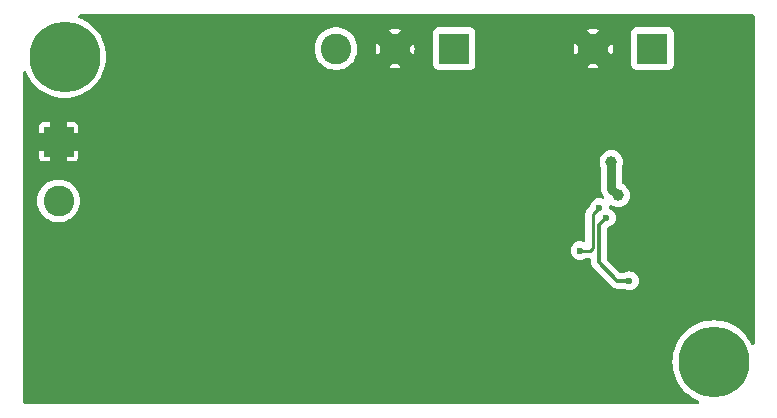
<source format=gbl>
G04 #@! TF.GenerationSoftware,KiCad,Pcbnew,7.0.7*
G04 #@! TF.CreationDate,2023-09-29T07:28:47+02:00*
G04 #@! TF.ProjectId,shmoergh-dual-rail-psu,73686d6f-6572-4676-982d-6475616c2d72,rev?*
G04 #@! TF.SameCoordinates,Original*
G04 #@! TF.FileFunction,Copper,L2,Bot*
G04 #@! TF.FilePolarity,Positive*
%FSLAX46Y46*%
G04 Gerber Fmt 4.6, Leading zero omitted, Abs format (unit mm)*
G04 Created by KiCad (PCBNEW 7.0.7) date 2023-09-29 07:28:47*
%MOMM*%
%LPD*%
G01*
G04 APERTURE LIST*
G04 #@! TA.AperFunction,ComponentPad*
%ADD10R,2.600000X2.600000*%
G04 #@! TD*
G04 #@! TA.AperFunction,ComponentPad*
%ADD11C,2.600000*%
G04 #@! TD*
G04 #@! TA.AperFunction,ComponentPad*
%ADD12C,0.800000*%
G04 #@! TD*
G04 #@! TA.AperFunction,ComponentPad*
%ADD13C,6.000000*%
G04 #@! TD*
G04 #@! TA.AperFunction,SMDPad,CuDef*
%ADD14R,2.950000X4.500000*%
G04 #@! TD*
G04 #@! TA.AperFunction,ViaPad*
%ADD15C,0.800000*%
G04 #@! TD*
G04 #@! TA.AperFunction,ViaPad*
%ADD16C,0.600000*%
G04 #@! TD*
G04 #@! TA.AperFunction,ViaPad*
%ADD17C,1.000000*%
G04 #@! TD*
G04 #@! TA.AperFunction,Conductor*
%ADD18C,0.300000*%
G04 #@! TD*
G04 #@! TA.AperFunction,Conductor*
%ADD19C,0.250000*%
G04 #@! TD*
G04 #@! TA.AperFunction,Conductor*
%ADD20C,0.750000*%
G04 #@! TD*
G04 APERTURE END LIST*
D10*
X72540402Y-64922400D03*
D11*
X67540402Y-64922400D03*
X62540402Y-64922400D03*
X39039800Y-77811000D03*
D10*
X39039800Y-72811000D03*
D11*
X84315202Y-64922400D03*
D10*
X89315202Y-64922400D03*
D12*
X41807010Y-65592010D03*
X41148000Y-67183000D03*
X41148000Y-64001020D03*
X39557010Y-67842010D03*
D13*
X39557010Y-65592010D03*
D12*
X39557010Y-63342010D03*
X37966020Y-67183000D03*
X37966020Y-64001020D03*
X37307010Y-65592010D03*
D14*
X47005800Y-83801600D03*
D12*
X92274000Y-91440000D03*
X92933010Y-89849010D03*
X92933010Y-93030990D03*
X94524000Y-89190000D03*
D13*
X94524000Y-91440000D03*
D12*
X94524000Y-93690000D03*
X96114990Y-89849010D03*
X96114990Y-93030990D03*
X96774000Y-91440000D03*
D15*
X90805000Y-87630000D03*
X90805000Y-85725000D03*
X94615000Y-86995000D03*
X92710000Y-87630000D03*
X92710000Y-85725000D03*
X94615000Y-83820000D03*
X94615000Y-85725000D03*
X96520000Y-87630000D03*
X96520000Y-85725000D03*
X96520000Y-83820000D03*
X96520000Y-81915000D03*
X96520000Y-80010000D03*
X96520000Y-78105000D03*
X96520000Y-76200000D03*
X96520000Y-74295000D03*
X96520000Y-72390000D03*
X95504000Y-71120000D03*
X97155000Y-70485000D03*
X97155000Y-68580000D03*
X95631000Y-69215000D03*
X93345000Y-68580000D03*
X92075000Y-67310000D03*
X95885000Y-62865000D03*
X93980000Y-62865000D03*
X92075000Y-62865000D03*
D16*
X89027000Y-77343000D03*
X89027000Y-78359000D03*
X89027000Y-79502000D03*
X91059000Y-80010000D03*
X90170000Y-80899000D03*
X91948000Y-81026000D03*
X90932000Y-81915000D03*
X80391000Y-81280000D03*
X81153000Y-81153000D03*
X81280000Y-82169000D03*
X80391000Y-82169000D03*
D15*
X82550000Y-62865000D03*
X86360000Y-62865000D03*
X86360000Y-66675000D03*
X88900000Y-71755000D03*
X89535000Y-70485000D03*
X88265000Y-69215000D03*
X86360000Y-68580000D03*
X84455000Y-68580000D03*
X82550000Y-68580000D03*
X80645000Y-68580000D03*
X78740000Y-68580000D03*
X80645000Y-66675000D03*
X80645000Y-64770000D03*
X80645000Y-62865000D03*
X78105000Y-62865000D03*
X76200000Y-64135000D03*
X69850000Y-66040000D03*
X64770000Y-66040000D03*
X64770000Y-67945000D03*
X66675000Y-67945000D03*
X68580000Y-67945000D03*
X70485000Y-67945000D03*
X76200000Y-71755000D03*
X78105000Y-71755000D03*
X76835000Y-73025000D03*
X74930000Y-73025000D03*
X74930000Y-74930000D03*
X74930000Y-76835000D03*
X70485000Y-73025000D03*
X70485000Y-74930000D03*
X70485000Y-76835000D03*
X70485000Y-78740000D03*
X70485000Y-81915000D03*
X70485000Y-83185000D03*
X70485000Y-85090000D03*
X72390000Y-86995000D03*
X70485000Y-86995000D03*
X70485000Y-88900000D03*
X72390000Y-88900000D03*
X72390000Y-90805000D03*
X70485000Y-90805000D03*
X47625000Y-86995000D03*
X46355000Y-86995000D03*
X46355000Y-88265000D03*
X64135000Y-93980000D03*
X62230000Y-93980000D03*
X60325000Y-93980000D03*
X58420000Y-93980000D03*
X56515000Y-93980000D03*
X54610000Y-93980000D03*
X52705000Y-93980000D03*
X50800000Y-93980000D03*
X48895000Y-93980000D03*
X46990000Y-93980000D03*
X45085000Y-93980000D03*
X43180000Y-93980000D03*
X41275000Y-93980000D03*
X39370000Y-93980000D03*
X37465000Y-93980000D03*
X37465000Y-92075000D03*
X39370000Y-92075000D03*
X41275000Y-92075000D03*
X41275000Y-90170000D03*
X39370000Y-90170000D03*
X37465000Y-90170000D03*
X53340000Y-77470000D03*
X53340000Y-76200000D03*
X51435000Y-78105000D03*
X48895000Y-78105000D03*
X51435000Y-76200000D03*
X46355000Y-78740000D03*
X43815000Y-78740000D03*
X41275000Y-78740000D03*
X41275000Y-76200000D03*
X43815000Y-76200000D03*
X46355000Y-76200000D03*
X48895000Y-76200000D03*
X48895000Y-73660000D03*
X46355000Y-73660000D03*
X43815000Y-73660000D03*
X41275000Y-73660000D03*
X41275000Y-71120000D03*
X43815000Y-71120000D03*
X46355000Y-71120000D03*
X48895000Y-71120000D03*
X51435000Y-71120000D03*
X53975000Y-71120000D03*
X56515000Y-71120000D03*
X59055000Y-71120000D03*
X59055000Y-68580000D03*
X56515000Y-68580000D03*
X53975000Y-68580000D03*
X51435000Y-68580000D03*
X48895000Y-68580000D03*
X46355000Y-68580000D03*
X43815000Y-68580000D03*
X43815000Y-66040000D03*
X46355000Y-66040000D03*
X48895000Y-66040000D03*
X51435000Y-66040000D03*
X53975000Y-66040000D03*
X53975000Y-63500000D03*
X51435000Y-63500000D03*
X48895000Y-63500000D03*
X46355000Y-63500000D03*
X43815000Y-63500000D03*
D16*
X81635600Y-77800200D03*
X82499200Y-76962000D03*
X82499200Y-77800200D03*
X82499200Y-78663800D03*
X80746600Y-78663800D03*
X46355000Y-82067400D03*
X80746600Y-77800200D03*
X46380400Y-85369400D03*
X47625000Y-84302600D03*
X78308200Y-80879900D03*
X46380400Y-83134200D03*
X80746600Y-76936600D03*
X81635600Y-76936600D03*
X47650400Y-82067400D03*
X77038200Y-80899000D03*
X47625000Y-85369400D03*
X81635600Y-78663800D03*
X47625000Y-83083400D03*
X46380400Y-84277200D03*
X84836000Y-78384400D03*
X83210400Y-82016600D03*
D17*
X86410800Y-77343000D03*
X85852000Y-74523600D03*
D16*
X85420200Y-79248000D03*
X87376000Y-84582000D03*
D18*
X86360000Y-84582000D02*
X87376000Y-84582000D01*
X84785200Y-83007200D02*
X86360000Y-84582000D01*
X84785200Y-79883000D02*
X84785200Y-83007200D01*
X85420200Y-79248000D02*
X84785200Y-79883000D01*
D19*
X84048600Y-82016600D02*
X84277200Y-81788000D01*
X84277200Y-81788000D02*
X84277200Y-78943200D01*
X83210400Y-82016600D02*
X84048600Y-82016600D01*
X84277200Y-78943200D02*
X84836000Y-78384400D01*
D20*
X85852000Y-76784200D02*
X86410800Y-77343000D01*
X85852000Y-74523600D02*
X85852000Y-76784200D01*
G04 #@! TA.AperFunction,Conductor*
G36*
X97900000Y-62045462D02*
G01*
X97954538Y-62100000D01*
X97974500Y-62174500D01*
X97974500Y-89880843D01*
X97954538Y-89955343D01*
X97900000Y-90009881D01*
X97825500Y-90029843D01*
X97751000Y-90009881D01*
X97696462Y-89955343D01*
X97692740Y-89948488D01*
X97559685Y-89687354D01*
X97559678Y-89687341D01*
X97359851Y-89379634D01*
X97128949Y-89094494D01*
X96869506Y-88835051D01*
X96584366Y-88604149D01*
X96584367Y-88604149D01*
X96584365Y-88604148D01*
X96276658Y-88404321D01*
X96276645Y-88404314D01*
X95949738Y-88237746D01*
X95949722Y-88237739D01*
X95607215Y-88106263D01*
X95607194Y-88106256D01*
X95252802Y-88011297D01*
X95252800Y-88011296D01*
X94890398Y-87953897D01*
X94550018Y-87936059D01*
X94524000Y-87934696D01*
X94523999Y-87934696D01*
X94157601Y-87953897D01*
X93795199Y-88011296D01*
X93795197Y-88011297D01*
X93440805Y-88106256D01*
X93440784Y-88106263D01*
X93098277Y-88237739D01*
X93098261Y-88237746D01*
X92771354Y-88404314D01*
X92771341Y-88404321D01*
X92463634Y-88604148D01*
X92178490Y-88835054D01*
X91919054Y-89094490D01*
X91688148Y-89379634D01*
X91488321Y-89687341D01*
X91488314Y-89687354D01*
X91321746Y-90014261D01*
X91321739Y-90014277D01*
X91190263Y-90356784D01*
X91190256Y-90356805D01*
X91095297Y-90711197D01*
X91095296Y-90711199D01*
X91037897Y-91073601D01*
X91018696Y-91440000D01*
X91037897Y-91806398D01*
X91095296Y-92168800D01*
X91095297Y-92168802D01*
X91190256Y-92523194D01*
X91190263Y-92523215D01*
X91321739Y-92865722D01*
X91321746Y-92865738D01*
X91488314Y-93192645D01*
X91488321Y-93192658D01*
X91688148Y-93500365D01*
X91688149Y-93500366D01*
X91919051Y-93785506D01*
X92178494Y-94044949D01*
X92463634Y-94275850D01*
X92463634Y-94275851D01*
X92771341Y-94475678D01*
X92771345Y-94475680D01*
X92771348Y-94475682D01*
X93098264Y-94642255D01*
X93213260Y-94686397D01*
X93275656Y-94731731D01*
X93307027Y-94802191D01*
X93298965Y-94878897D01*
X93253630Y-94941295D01*
X93183170Y-94972666D01*
X93159861Y-94974500D01*
X36174500Y-94974500D01*
X36100000Y-94954538D01*
X36045462Y-94900000D01*
X36025500Y-94825500D01*
X36025500Y-82016601D01*
X82404835Y-82016601D01*
X82425031Y-82195852D01*
X82425031Y-82195854D01*
X82425032Y-82195855D01*
X82484611Y-82366122D01*
X82580584Y-82518862D01*
X82708138Y-82646416D01*
X82860878Y-82742389D01*
X83031145Y-82801968D01*
X83120772Y-82812066D01*
X83210399Y-82822165D01*
X83210400Y-82822165D01*
X83210401Y-82822165D01*
X83255213Y-82817115D01*
X83389655Y-82801968D01*
X83559922Y-82742389D01*
X83683184Y-82664937D01*
X83756885Y-82642204D01*
X83762457Y-82642100D01*
X83963097Y-82642100D01*
X83979883Y-82643953D01*
X83979937Y-82643391D01*
X83998603Y-82645156D01*
X83998278Y-82648593D01*
X84056027Y-82662099D01*
X84112285Y-82714862D01*
X84134623Y-82788684D01*
X84134700Y-82793458D01*
X84134700Y-82918934D01*
X84132803Y-82936112D01*
X84133322Y-82936161D01*
X84132439Y-82945497D01*
X84134700Y-83017403D01*
X84134700Y-83048136D01*
X84135546Y-83054833D01*
X84136095Y-83061821D01*
X84137602Y-83109765D01*
X84137602Y-83109768D01*
X84142975Y-83128263D01*
X84147713Y-83151145D01*
X84150127Y-83170252D01*
X84150128Y-83170257D01*
X84167793Y-83214874D01*
X84170066Y-83221515D01*
X84183456Y-83267598D01*
X84183457Y-83267600D01*
X84193258Y-83284173D01*
X84203541Y-83305164D01*
X84210629Y-83323067D01*
X84210632Y-83323072D01*
X84238832Y-83361886D01*
X84242687Y-83367755D01*
X84258436Y-83394384D01*
X84267119Y-83409065D01*
X84267121Y-83409067D01*
X84280733Y-83422679D01*
X84295917Y-83440458D01*
X84307232Y-83456032D01*
X84307234Y-83456034D01*
X84307236Y-83456035D01*
X84307237Y-83456037D01*
X84332433Y-83476881D01*
X84344209Y-83486623D01*
X84349403Y-83491349D01*
X85837615Y-84979561D01*
X85848420Y-84993047D01*
X85848821Y-84992716D01*
X85854795Y-84999937D01*
X85907243Y-85049189D01*
X85928967Y-85070913D01*
X85928975Y-85070919D01*
X85934291Y-85075043D01*
X85939629Y-85079602D01*
X85974607Y-85112448D01*
X85987010Y-85119266D01*
X85991475Y-85121721D01*
X86011022Y-85134561D01*
X86026234Y-85146361D01*
X86026237Y-85146363D01*
X86057512Y-85159897D01*
X86070273Y-85165419D01*
X86076569Y-85168502D01*
X86118632Y-85191627D01*
X86137275Y-85196413D01*
X86159406Y-85203990D01*
X86177071Y-85211635D01*
X86177072Y-85211635D01*
X86177074Y-85211636D01*
X86201171Y-85215452D01*
X86224465Y-85219142D01*
X86231343Y-85220566D01*
X86246463Y-85224448D01*
X86277823Y-85232500D01*
X86297079Y-85232500D01*
X86320386Y-85234334D01*
X86339405Y-85237347D01*
X86373555Y-85234118D01*
X86387184Y-85232831D01*
X86394199Y-85232500D01*
X86863729Y-85232500D01*
X86938229Y-85252462D01*
X86943002Y-85255338D01*
X86982935Y-85280429D01*
X87026478Y-85307789D01*
X87196745Y-85367368D01*
X87286372Y-85377466D01*
X87375999Y-85387565D01*
X87376000Y-85387565D01*
X87376001Y-85387565D01*
X87420813Y-85382515D01*
X87555255Y-85367368D01*
X87725522Y-85307789D01*
X87878262Y-85211816D01*
X88005816Y-85084262D01*
X88101789Y-84931522D01*
X88161368Y-84761255D01*
X88181565Y-84582000D01*
X88161368Y-84402745D01*
X88101789Y-84232478D01*
X88005816Y-84079738D01*
X87878262Y-83952184D01*
X87725522Y-83856211D01*
X87555255Y-83796632D01*
X87555254Y-83796631D01*
X87555253Y-83796631D01*
X87376001Y-83776435D01*
X87375999Y-83776435D01*
X87196747Y-83796631D01*
X87026477Y-83856211D01*
X86943002Y-83908662D01*
X86869300Y-83931396D01*
X86863729Y-83931500D01*
X86691164Y-83931500D01*
X86616664Y-83911538D01*
X86585805Y-83887859D01*
X85479341Y-82781395D01*
X85440777Y-82714600D01*
X85435700Y-82676036D01*
X85435700Y-80214162D01*
X85455662Y-80139662D01*
X85479333Y-80108811D01*
X85512239Y-80075905D01*
X85579029Y-80037344D01*
X85596607Y-80034017D01*
X85599450Y-80033369D01*
X85599451Y-80033368D01*
X85599455Y-80033368D01*
X85769722Y-79973789D01*
X85922462Y-79877816D01*
X86050016Y-79750262D01*
X86145989Y-79597522D01*
X86205568Y-79427255D01*
X86225765Y-79248000D01*
X86205568Y-79068745D01*
X86145989Y-78898478D01*
X86050016Y-78745738D01*
X85922462Y-78618184D01*
X85826488Y-78557879D01*
X85769721Y-78522210D01*
X85740837Y-78512103D01*
X85677111Y-78468655D01*
X85643647Y-78399164D01*
X85641987Y-78388148D01*
X85635684Y-78332205D01*
X85635170Y-78327644D01*
X85646665Y-78251379D01*
X85694754Y-78191078D01*
X85766550Y-78162900D01*
X85842817Y-78174395D01*
X85853471Y-78179557D01*
X86026068Y-78271812D01*
X86026070Y-78271812D01*
X86026073Y-78271814D01*
X86214668Y-78329024D01*
X86410800Y-78348341D01*
X86606932Y-78329024D01*
X86795527Y-78271814D01*
X86969338Y-78178910D01*
X87121683Y-78053883D01*
X87246710Y-77901538D01*
X87339614Y-77727727D01*
X87396824Y-77539132D01*
X87416141Y-77343000D01*
X87396824Y-77146868D01*
X87339614Y-76958273D01*
X87339612Y-76958270D01*
X87339612Y-76958268D01*
X87246716Y-76784473D01*
X87246715Y-76784471D01*
X87246710Y-76784462D01*
X87121683Y-76632117D01*
X86969338Y-76507090D01*
X86969332Y-76507087D01*
X86969326Y-76507083D01*
X86806262Y-76419923D01*
X86749969Y-76367199D01*
X86727580Y-76293392D01*
X86727500Y-76288517D01*
X86727500Y-75045392D01*
X86745093Y-74975155D01*
X86780814Y-74908327D01*
X86838024Y-74719732D01*
X86857341Y-74523600D01*
X86838024Y-74327468D01*
X86780814Y-74138873D01*
X86780812Y-74138870D01*
X86780812Y-74138868D01*
X86687916Y-73965073D01*
X86687915Y-73965071D01*
X86687910Y-73965062D01*
X86562883Y-73812717D01*
X86410538Y-73687690D01*
X86410532Y-73687687D01*
X86410526Y-73687683D01*
X86236731Y-73594787D01*
X86048134Y-73537576D01*
X85852000Y-73518259D01*
X85655865Y-73537576D01*
X85467268Y-73594787D01*
X85293473Y-73687683D01*
X85293465Y-73687688D01*
X85293463Y-73687689D01*
X85293462Y-73687690D01*
X85141117Y-73812717D01*
X85016088Y-73965065D01*
X85016083Y-73965073D01*
X84923187Y-74138868D01*
X84865976Y-74327465D01*
X84846659Y-74523600D01*
X84865976Y-74719734D01*
X84923186Y-74908328D01*
X84940203Y-74940163D01*
X84958906Y-74975155D01*
X84976500Y-75045392D01*
X84976500Y-76745583D01*
X84976254Y-76751631D01*
X84971661Y-76808050D01*
X84982914Y-76890640D01*
X84991927Y-76973514D01*
X84993664Y-76981405D01*
X84993569Y-76981425D01*
X84995325Y-76988920D01*
X84995419Y-76988897D01*
X84997368Y-76996734D01*
X84997369Y-76996737D01*
X85008710Y-77027606D01*
X85026119Y-77074993D01*
X85052732Y-77153980D01*
X85056123Y-77161308D01*
X85056035Y-77161348D01*
X85059362Y-77168291D01*
X85059449Y-77168249D01*
X85063037Y-77175484D01*
X85063039Y-77175488D01*
X85107939Y-77245735D01*
X85107940Y-77245736D01*
X85150909Y-77317151D01*
X85155797Y-77323581D01*
X85155719Y-77323639D01*
X85160465Y-77329710D01*
X85160540Y-77329650D01*
X85165596Y-77335940D01*
X85189615Y-77359959D01*
X85228179Y-77426754D01*
X85228179Y-77503882D01*
X85189615Y-77570677D01*
X85122820Y-77609241D01*
X85045692Y-77609241D01*
X85035046Y-77605957D01*
X85015256Y-77599032D01*
X85015253Y-77599031D01*
X84836001Y-77578835D01*
X84835999Y-77578835D01*
X84656747Y-77599031D01*
X84486477Y-77658611D01*
X84333738Y-77754584D01*
X84333736Y-77754584D01*
X84206184Y-77882136D01*
X84206184Y-77882138D01*
X84110211Y-78034877D01*
X84050632Y-78205144D01*
X84046306Y-78243533D01*
X84018126Y-78315328D01*
X84003602Y-78332205D01*
X83895357Y-78440450D01*
X83882183Y-78451006D01*
X83882543Y-78451441D01*
X83875323Y-78457413D01*
X83859897Y-78473840D01*
X83827973Y-78507835D01*
X83817527Y-78518281D01*
X83807083Y-78528725D01*
X83807076Y-78528733D01*
X83803186Y-78533747D01*
X83798636Y-78539074D01*
X83767138Y-78572618D01*
X83767135Y-78572621D01*
X83758431Y-78588454D01*
X83745601Y-78607986D01*
X83734528Y-78622262D01*
X83734525Y-78622267D01*
X83716253Y-78664488D01*
X83713166Y-78670790D01*
X83691003Y-78711108D01*
X83691000Y-78711114D01*
X83686507Y-78728612D01*
X83678940Y-78750713D01*
X83671764Y-78767298D01*
X83671760Y-78767310D01*
X83664563Y-78812749D01*
X83663140Y-78819622D01*
X83651700Y-78864179D01*
X83651700Y-78882245D01*
X83649866Y-78905551D01*
X83647040Y-78923395D01*
X83651369Y-78969196D01*
X83651700Y-78976211D01*
X83651700Y-81112930D01*
X83631738Y-81187430D01*
X83577200Y-81241968D01*
X83502700Y-81261930D01*
X83453491Y-81253569D01*
X83389655Y-81231232D01*
X83389654Y-81231231D01*
X83389653Y-81231231D01*
X83210401Y-81211035D01*
X83210399Y-81211035D01*
X83031147Y-81231231D01*
X82860877Y-81290811D01*
X82708138Y-81386784D01*
X82708136Y-81386784D01*
X82580584Y-81514336D01*
X82580584Y-81514338D01*
X82484611Y-81667077D01*
X82425031Y-81837347D01*
X82404835Y-82016598D01*
X82404835Y-82016601D01*
X36025500Y-82016601D01*
X36025500Y-77811005D01*
X37234251Y-77811005D01*
X37254415Y-78080090D01*
X37254418Y-78080113D01*
X37314463Y-78343187D01*
X37314465Y-78343194D01*
X37387285Y-78528733D01*
X37413057Y-78594398D01*
X37547985Y-78828102D01*
X37716239Y-79039085D01*
X37914059Y-79222635D01*
X38137026Y-79374651D01*
X38380159Y-79491738D01*
X38638028Y-79571280D01*
X38904871Y-79611500D01*
X38904874Y-79611500D01*
X39174726Y-79611500D01*
X39174729Y-79611500D01*
X39441572Y-79571280D01*
X39699441Y-79491738D01*
X39942575Y-79374651D01*
X40165541Y-79222635D01*
X40363361Y-79039085D01*
X40531615Y-78828102D01*
X40666543Y-78594398D01*
X40765134Y-78343195D01*
X40765136Y-78343187D01*
X40825181Y-78080113D01*
X40825181Y-78080110D01*
X40825183Y-78080103D01*
X40828572Y-78034877D01*
X40845349Y-77811005D01*
X40845349Y-77810994D01*
X40825184Y-77541909D01*
X40825183Y-77541907D01*
X40825183Y-77541897D01*
X40825181Y-77541891D01*
X40825181Y-77541886D01*
X40765136Y-77278812D01*
X40765134Y-77278805D01*
X40752155Y-77245736D01*
X40666543Y-77027602D01*
X40531615Y-76793898D01*
X40363361Y-76582915D01*
X40165541Y-76399365D01*
X39942575Y-76247349D01*
X39942572Y-76247348D01*
X39942570Y-76247346D01*
X39699450Y-76130266D01*
X39699446Y-76130264D01*
X39699441Y-76130262D01*
X39699433Y-76130259D01*
X39699429Y-76130258D01*
X39441577Y-76050721D01*
X39441573Y-76050720D01*
X39174732Y-76010500D01*
X39174729Y-76010500D01*
X38904871Y-76010500D01*
X38904867Y-76010500D01*
X38638026Y-76050720D01*
X38638022Y-76050721D01*
X38380170Y-76130258D01*
X38380149Y-76130266D01*
X38137027Y-76247348D01*
X37914059Y-76399364D01*
X37716238Y-76582915D01*
X37547989Y-76793892D01*
X37547986Y-76793896D01*
X37547985Y-76793898D01*
X37519471Y-76843284D01*
X37413057Y-77027601D01*
X37413055Y-77027606D01*
X37314465Y-77278805D01*
X37314463Y-77278812D01*
X37254418Y-77541886D01*
X37254415Y-77541909D01*
X37234251Y-77810994D01*
X37234251Y-77811005D01*
X36025500Y-77811005D01*
X36025500Y-73561000D01*
X37389801Y-73561000D01*
X37389801Y-74144214D01*
X37389802Y-74144230D01*
X37399712Y-74212250D01*
X37451012Y-74317187D01*
X37533612Y-74399787D01*
X37638549Y-74451087D01*
X37638553Y-74451088D01*
X37706577Y-74460999D01*
X38289800Y-74460999D01*
X38289800Y-73561000D01*
X39789800Y-73561000D01*
X39789800Y-74460999D01*
X40373014Y-74460999D01*
X40373030Y-74460997D01*
X40441050Y-74451087D01*
X40545987Y-74399787D01*
X40628587Y-74317187D01*
X40679887Y-74212250D01*
X40679888Y-74212246D01*
X40689799Y-74144227D01*
X40689800Y-74144217D01*
X40689800Y-73561000D01*
X39789800Y-73561000D01*
X38289800Y-73561000D01*
X37389801Y-73561000D01*
X36025500Y-73561000D01*
X36025500Y-72769862D01*
X38385927Y-72769862D01*
X38396239Y-72933766D01*
X38446988Y-73089955D01*
X38446988Y-73089956D01*
X38534984Y-73228617D01*
X38534985Y-73228617D01*
X38534986Y-73228619D01*
X38654703Y-73341040D01*
X38719498Y-73376661D01*
X38798616Y-73420158D01*
X38853566Y-73434266D01*
X38957686Y-73461000D01*
X38957688Y-73461000D01*
X39080695Y-73461000D01*
X39080694Y-73460999D01*
X39202733Y-73445583D01*
X39355429Y-73385126D01*
X39488292Y-73288595D01*
X39592975Y-73162055D01*
X39662900Y-73013457D01*
X39693673Y-72852138D01*
X39683361Y-72688234D01*
X39632612Y-72532044D01*
X39544614Y-72393381D01*
X39424897Y-72280960D01*
X39424896Y-72280960D01*
X39280983Y-72201841D01*
X39121915Y-72161000D01*
X39121914Y-72161000D01*
X38998906Y-72161000D01*
X38998905Y-72161000D01*
X38876866Y-72176417D01*
X38724171Y-72236874D01*
X38591311Y-72333402D01*
X38591304Y-72333409D01*
X38486626Y-72459941D01*
X38486623Y-72459947D01*
X38416701Y-72608538D01*
X38416700Y-72608540D01*
X38401498Y-72688234D01*
X38385927Y-72769862D01*
X36025500Y-72769862D01*
X36025500Y-72061000D01*
X37389800Y-72061000D01*
X38289800Y-72061000D01*
X38289800Y-71161000D01*
X39789800Y-71161000D01*
X39789800Y-72061000D01*
X40689799Y-72061000D01*
X40689799Y-71477785D01*
X40689797Y-71477769D01*
X40679887Y-71409749D01*
X40628587Y-71304812D01*
X40545987Y-71222212D01*
X40441050Y-71170912D01*
X40441046Y-71170911D01*
X40373027Y-71161000D01*
X39789800Y-71161000D01*
X38289800Y-71161000D01*
X37706586Y-71161000D01*
X37706569Y-71161002D01*
X37638549Y-71170912D01*
X37533612Y-71222212D01*
X37451012Y-71304812D01*
X37399712Y-71409749D01*
X37399711Y-71409753D01*
X37389800Y-71477772D01*
X37389800Y-72061000D01*
X36025500Y-72061000D01*
X36025500Y-66963938D01*
X36045462Y-66889438D01*
X36100000Y-66834900D01*
X36174500Y-66814938D01*
X36249000Y-66834900D01*
X36303538Y-66889438D01*
X36313599Y-66910530D01*
X36354755Y-67017746D01*
X36470290Y-67244496D01*
X36521324Y-67344655D01*
X36521331Y-67344668D01*
X36721158Y-67652375D01*
X36721159Y-67652376D01*
X36952061Y-67937516D01*
X37211504Y-68196959D01*
X37496644Y-68427861D01*
X37804351Y-68627688D01*
X37804355Y-68627690D01*
X37804358Y-68627692D01*
X38131274Y-68794265D01*
X38131286Y-68794269D01*
X38131287Y-68794270D01*
X38473794Y-68925746D01*
X38473804Y-68925749D01*
X38473811Y-68925752D01*
X38828216Y-69020715D01*
X39190606Y-69078112D01*
X39557010Y-69097314D01*
X39923414Y-69078112D01*
X40285804Y-69020715D01*
X40640209Y-68925752D01*
X40982746Y-68794265D01*
X41309662Y-68627692D01*
X41617376Y-68427861D01*
X41902516Y-68196959D01*
X42161959Y-67937516D01*
X42392861Y-67652376D01*
X42592692Y-67344662D01*
X42759265Y-67017746D01*
X42890752Y-66675209D01*
X42985715Y-66320804D01*
X43043112Y-65958414D01*
X43062314Y-65592010D01*
X43043112Y-65225606D01*
X42995090Y-64922405D01*
X60734853Y-64922405D01*
X60755017Y-65191490D01*
X60755020Y-65191513D01*
X60815065Y-65454587D01*
X60815067Y-65454594D01*
X60869000Y-65592010D01*
X60913659Y-65705798D01*
X61048587Y-65939502D01*
X61216841Y-66150485D01*
X61414661Y-66334035D01*
X61637628Y-66486051D01*
X61880761Y-66603138D01*
X62138630Y-66682680D01*
X62405473Y-66722900D01*
X62405476Y-66722900D01*
X62675328Y-66722900D01*
X62675331Y-66722900D01*
X62942174Y-66682680D01*
X63200043Y-66603138D01*
X63422692Y-66495916D01*
X67027545Y-66495916D01*
X67028946Y-66496495D01*
X67281479Y-66557123D01*
X67540402Y-66577501D01*
X67799324Y-66557123D01*
X68051854Y-66496496D01*
X68051859Y-66496495D01*
X68053256Y-66495916D01*
X67827604Y-66270263D01*
X70739902Y-66270263D01*
X70739904Y-66270288D01*
X70746310Y-66329878D01*
X70746311Y-66329884D01*
X70796604Y-66464729D01*
X70796606Y-66464733D01*
X70882854Y-66579944D01*
X70882857Y-66579947D01*
X70998068Y-66666195D01*
X70998072Y-66666197D01*
X71132919Y-66716491D01*
X71192516Y-66722899D01*
X71192520Y-66722899D01*
X71192529Y-66722900D01*
X73888274Y-66722899D01*
X73947885Y-66716491D01*
X74058568Y-66675209D01*
X74082731Y-66666197D01*
X74082735Y-66666195D01*
X74140340Y-66623071D01*
X74197948Y-66579946D01*
X74260419Y-66496496D01*
X74260853Y-66495916D01*
X83802345Y-66495916D01*
X83803746Y-66496495D01*
X84056279Y-66557123D01*
X84315202Y-66577501D01*
X84574124Y-66557123D01*
X84826654Y-66496496D01*
X84826659Y-66496495D01*
X84828056Y-66495916D01*
X84602404Y-66270263D01*
X87514702Y-66270263D01*
X87514704Y-66270288D01*
X87521110Y-66329878D01*
X87521111Y-66329884D01*
X87571404Y-66464729D01*
X87571406Y-66464733D01*
X87657654Y-66579944D01*
X87657657Y-66579947D01*
X87772868Y-66666195D01*
X87772872Y-66666197D01*
X87907719Y-66716491D01*
X87967316Y-66722899D01*
X87967320Y-66722899D01*
X87967329Y-66722900D01*
X90663074Y-66722899D01*
X90722685Y-66716491D01*
X90833368Y-66675209D01*
X90857531Y-66666197D01*
X90857535Y-66666195D01*
X90915140Y-66623071D01*
X90972748Y-66579946D01*
X91035219Y-66496496D01*
X91058997Y-66464733D01*
X91058999Y-66464729D01*
X91107744Y-66334035D01*
X91109293Y-66329883D01*
X91111025Y-66313770D01*
X91115701Y-66270285D01*
X91115701Y-66270282D01*
X91115702Y-66270273D01*
X91115701Y-63574528D01*
X91109293Y-63514917D01*
X91094790Y-63476033D01*
X91058999Y-63380070D01*
X91058997Y-63380066D01*
X90972749Y-63264855D01*
X90972746Y-63264852D01*
X90857535Y-63178604D01*
X90857531Y-63178602D01*
X90722684Y-63128308D01*
X90663078Y-63121900D01*
X87967338Y-63121900D01*
X87967313Y-63121902D01*
X87907723Y-63128308D01*
X87907717Y-63128309D01*
X87772872Y-63178602D01*
X87772868Y-63178604D01*
X87657657Y-63264852D01*
X87657654Y-63264855D01*
X87571406Y-63380066D01*
X87571404Y-63380070D01*
X87521110Y-63514917D01*
X87514702Y-63574514D01*
X87514702Y-66270263D01*
X84602404Y-66270263D01*
X84315202Y-65983060D01*
X83802345Y-66495916D01*
X74260853Y-66495916D01*
X74284197Y-66464733D01*
X74284199Y-66464729D01*
X74332944Y-66334035D01*
X74334493Y-66329883D01*
X74336225Y-66313770D01*
X74340901Y-66270285D01*
X74340901Y-66270282D01*
X74340902Y-66270273D01*
X74340901Y-64922400D01*
X82660100Y-64922400D01*
X82680478Y-65181322D01*
X82741105Y-65433853D01*
X82741108Y-65433862D01*
X82741684Y-65435254D01*
X82741685Y-65435254D01*
X83254541Y-64922399D01*
X83213404Y-64881262D01*
X83661329Y-64881262D01*
X83671641Y-65045166D01*
X83715881Y-65181322D01*
X83722390Y-65201356D01*
X83810386Y-65340017D01*
X83810387Y-65340017D01*
X83810388Y-65340019D01*
X83930105Y-65452440D01*
X83994899Y-65488061D01*
X84074018Y-65531558D01*
X84128968Y-65545666D01*
X84233088Y-65572400D01*
X84233090Y-65572400D01*
X84356097Y-65572400D01*
X84356096Y-65572399D01*
X84478135Y-65556983D01*
X84630831Y-65496526D01*
X84763694Y-65399995D01*
X84868377Y-65273455D01*
X84938302Y-65124857D01*
X84969075Y-64963538D01*
X84966487Y-64922398D01*
X85375862Y-64922398D01*
X85888718Y-65435254D01*
X85889297Y-65433857D01*
X85889298Y-65433852D01*
X85949925Y-65181322D01*
X85970303Y-64922400D01*
X85949925Y-64663477D01*
X85889297Y-64410944D01*
X85888717Y-64409543D01*
X85375862Y-64922398D01*
X84966487Y-64922398D01*
X84958763Y-64799634D01*
X84908014Y-64643444D01*
X84820016Y-64504781D01*
X84700299Y-64392360D01*
X84696379Y-64390205D01*
X84556385Y-64313241D01*
X84397317Y-64272400D01*
X84397316Y-64272400D01*
X84274308Y-64272400D01*
X84274307Y-64272400D01*
X84152268Y-64287817D01*
X83999573Y-64348274D01*
X83866713Y-64444802D01*
X83866706Y-64444809D01*
X83762028Y-64571341D01*
X83762025Y-64571347D01*
X83692103Y-64719938D01*
X83692102Y-64719940D01*
X83676900Y-64799634D01*
X83661329Y-64881262D01*
X83213404Y-64881262D01*
X82741685Y-64409544D01*
X82741103Y-64410953D01*
X82680478Y-64663477D01*
X82660100Y-64922400D01*
X74340901Y-64922400D01*
X74340901Y-63574528D01*
X74334493Y-63514917D01*
X74319990Y-63476033D01*
X74284199Y-63380070D01*
X74284197Y-63380066D01*
X74260853Y-63348883D01*
X83802346Y-63348883D01*
X84315201Y-63861738D01*
X84828056Y-63348883D01*
X84828056Y-63348882D01*
X84826664Y-63348306D01*
X84826655Y-63348303D01*
X84574124Y-63287676D01*
X84315202Y-63267298D01*
X84056279Y-63287676D01*
X83803755Y-63348301D01*
X83802346Y-63348883D01*
X74260853Y-63348883D01*
X74197949Y-63264855D01*
X74197946Y-63264852D01*
X74082735Y-63178604D01*
X74082731Y-63178602D01*
X73947884Y-63128308D01*
X73888278Y-63121900D01*
X71192538Y-63121900D01*
X71192513Y-63121902D01*
X71132923Y-63128308D01*
X71132917Y-63128309D01*
X70998072Y-63178602D01*
X70998068Y-63178604D01*
X70882857Y-63264852D01*
X70882854Y-63264855D01*
X70796606Y-63380066D01*
X70796604Y-63380070D01*
X70746310Y-63514917D01*
X70739902Y-63574514D01*
X70739902Y-66270263D01*
X67827604Y-66270263D01*
X67540402Y-65983060D01*
X67027545Y-66495916D01*
X63422692Y-66495916D01*
X63443177Y-66486051D01*
X63666143Y-66334035D01*
X63863963Y-66150485D01*
X64032217Y-65939502D01*
X64167145Y-65705798D01*
X64265736Y-65454595D01*
X64266229Y-65452437D01*
X64325783Y-65191513D01*
X64325783Y-65191510D01*
X64325785Y-65191503D01*
X64336751Y-65045165D01*
X64345951Y-64922405D01*
X64345951Y-64922400D01*
X65885300Y-64922400D01*
X65905678Y-65181322D01*
X65966305Y-65433853D01*
X65966308Y-65433862D01*
X65966884Y-65435254D01*
X65966885Y-65435254D01*
X66479740Y-64922399D01*
X66438603Y-64881262D01*
X66886529Y-64881262D01*
X66896841Y-65045166D01*
X66941081Y-65181322D01*
X66947590Y-65201356D01*
X67035586Y-65340017D01*
X67035587Y-65340017D01*
X67035588Y-65340019D01*
X67155305Y-65452440D01*
X67220099Y-65488061D01*
X67299218Y-65531558D01*
X67354168Y-65545666D01*
X67458288Y-65572400D01*
X67458290Y-65572400D01*
X67581297Y-65572400D01*
X67581296Y-65572399D01*
X67703335Y-65556983D01*
X67856031Y-65496526D01*
X67988894Y-65399995D01*
X68093577Y-65273455D01*
X68163502Y-65124857D01*
X68194275Y-64963538D01*
X68191687Y-64922399D01*
X68601062Y-64922399D01*
X69113918Y-65435254D01*
X69114497Y-65433857D01*
X69114498Y-65433852D01*
X69175125Y-65181322D01*
X69195503Y-64922400D01*
X69175125Y-64663477D01*
X69114497Y-64410944D01*
X69113917Y-64409543D01*
X68601062Y-64922399D01*
X68191687Y-64922399D01*
X68183963Y-64799634D01*
X68133214Y-64643444D01*
X68045216Y-64504781D01*
X67925499Y-64392360D01*
X67921579Y-64390205D01*
X67781585Y-64313241D01*
X67622517Y-64272400D01*
X67622516Y-64272400D01*
X67499508Y-64272400D01*
X67499507Y-64272400D01*
X67377468Y-64287817D01*
X67224773Y-64348274D01*
X67091913Y-64444802D01*
X67091906Y-64444809D01*
X66987228Y-64571341D01*
X66987225Y-64571347D01*
X66917303Y-64719938D01*
X66917302Y-64719940D01*
X66902100Y-64799634D01*
X66886529Y-64881262D01*
X66438603Y-64881262D01*
X65966885Y-64409544D01*
X65966303Y-64410953D01*
X65905678Y-64663477D01*
X65885300Y-64922400D01*
X64345951Y-64922400D01*
X64345951Y-64922394D01*
X64325786Y-64653309D01*
X64325785Y-64653307D01*
X64325785Y-64653297D01*
X64325783Y-64653291D01*
X64325783Y-64653286D01*
X64265738Y-64390212D01*
X64265736Y-64390205D01*
X64265735Y-64390204D01*
X64167145Y-64139002D01*
X64032217Y-63905298D01*
X63863963Y-63694315D01*
X63666143Y-63510765D01*
X63443177Y-63358749D01*
X63443174Y-63358748D01*
X63443172Y-63358746D01*
X63422691Y-63348883D01*
X67027546Y-63348883D01*
X67540401Y-63861738D01*
X68053256Y-63348883D01*
X68053256Y-63348882D01*
X68051864Y-63348306D01*
X68051855Y-63348303D01*
X67799324Y-63287676D01*
X67540402Y-63267298D01*
X67281479Y-63287676D01*
X67028955Y-63348301D01*
X67027546Y-63348883D01*
X63422691Y-63348883D01*
X63200052Y-63241666D01*
X63200048Y-63241664D01*
X63200043Y-63241662D01*
X63200035Y-63241659D01*
X63200031Y-63241658D01*
X62942179Y-63162121D01*
X62942175Y-63162120D01*
X62675334Y-63121900D01*
X62675331Y-63121900D01*
X62405473Y-63121900D01*
X62405469Y-63121900D01*
X62138628Y-63162120D01*
X62138624Y-63162121D01*
X61880772Y-63241658D01*
X61880751Y-63241666D01*
X61637629Y-63358748D01*
X61414661Y-63510764D01*
X61216840Y-63694315D01*
X61048591Y-63905292D01*
X61048586Y-63905300D01*
X60913659Y-64139001D01*
X60913657Y-64139006D01*
X60815067Y-64390205D01*
X60815065Y-64390212D01*
X60755020Y-64653286D01*
X60755017Y-64653309D01*
X60734853Y-64922394D01*
X60734853Y-64922405D01*
X42995090Y-64922405D01*
X42985715Y-64863216D01*
X42890752Y-64508811D01*
X42890749Y-64508804D01*
X42890746Y-64508794D01*
X42759270Y-64166287D01*
X42759269Y-64166286D01*
X42759265Y-64166274D01*
X42592692Y-63839358D01*
X42592690Y-63839355D01*
X42592688Y-63839351D01*
X42392861Y-63531644D01*
X42375955Y-63510767D01*
X42161959Y-63246504D01*
X41902516Y-62987061D01*
X41617376Y-62756159D01*
X41617377Y-62756159D01*
X41617375Y-62756158D01*
X41309668Y-62556331D01*
X41309655Y-62556324D01*
X41209496Y-62505290D01*
X40982746Y-62389755D01*
X40784360Y-62313602D01*
X40721965Y-62268269D01*
X40690594Y-62197809D01*
X40698656Y-62121103D01*
X40743991Y-62058705D01*
X40814451Y-62027334D01*
X40837760Y-62025500D01*
X97825500Y-62025500D01*
X97900000Y-62045462D01*
G37*
G04 #@! TD.AperFunction*
M02*

</source>
